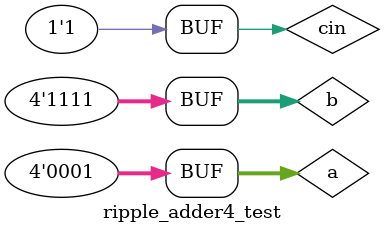
<source format=v>
`timescale 1ns / 1ps
module ripple_adder4_test;
	reg [3:0] a;
	reg [3:0] b;
	reg cin;
	wire [3:0] sum;
	wire cout;
	ripple_adder4 uut (
		.a(a),
		.b(b),
		.cin(cin),
		.sum(sum),
		.cout(cout)
	);

	initial begin
		a = 0;
		b = 0;
		cin = 0;
      	a = 4'b0011; b = 4'b1100; cin = 1'b0;
		#100;
      	a = 4'b0011; b = 4'b1100; cin = 1'b1;
		#100;
      	a = 4'b0001; b = 4'b1111; cin = 1'b1;
		#100;
	end
endmodule


</source>
